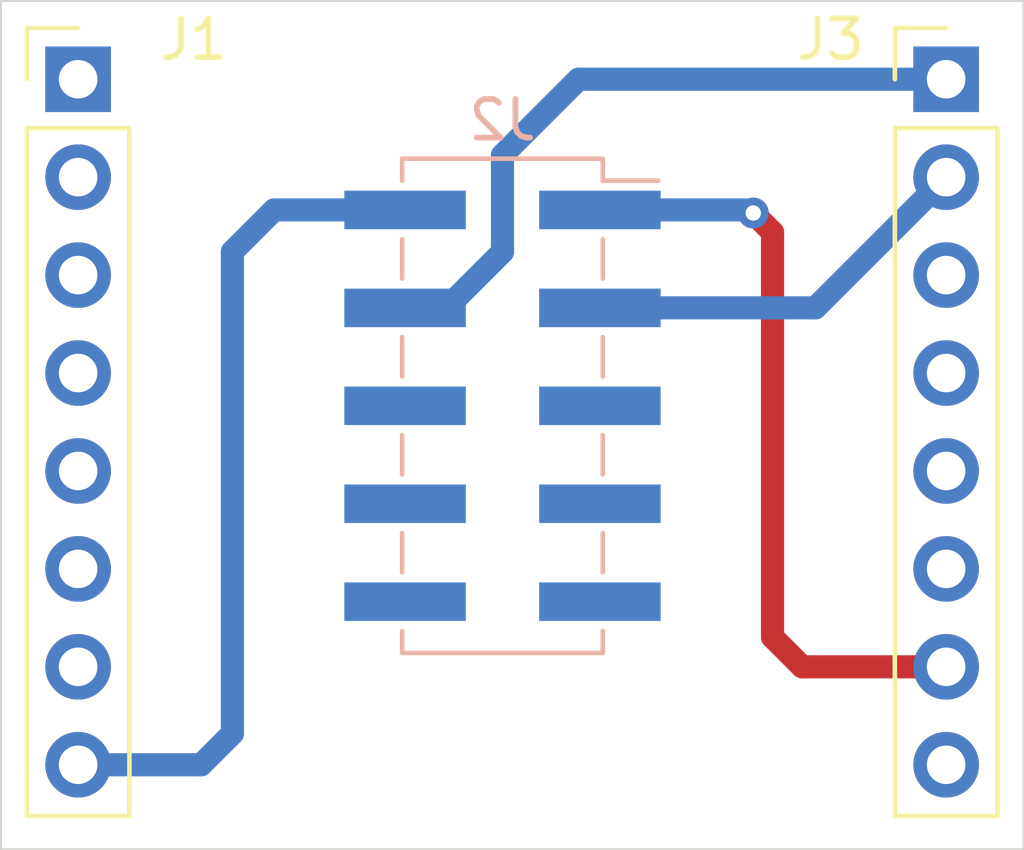
<source format=kicad_pcb>
(kicad_pcb (version 20171130) (host pcbnew 5.1.5-1.fc31)

  (general
    (thickness 1.6)
    (drawings 4)
    (tracks 19)
    (zones 0)
    (modules 3)
    (nets 23)
  )

  (page A4)
  (layers
    (0 F.Cu signal)
    (31 B.Cu signal)
    (32 B.Adhes user)
    (33 F.Adhes user)
    (34 B.Paste user)
    (35 F.Paste user)
    (36 B.SilkS user)
    (37 F.SilkS user)
    (38 B.Mask user)
    (39 F.Mask user)
    (40 Dwgs.User user)
    (41 Cmts.User user)
    (42 Eco1.User user)
    (43 Eco2.User user)
    (44 Edge.Cuts user)
    (45 Margin user)
    (46 B.CrtYd user)
    (47 F.CrtYd user)
    (48 B.Fab user)
    (49 F.Fab user)
  )

  (setup
    (last_trace_width 0.6)
    (user_trace_width 0.3)
    (user_trace_width 0.35)
    (user_trace_width 0.4)
    (user_trace_width 0.45)
    (user_trace_width 0.5)
    (user_trace_width 0.55)
    (user_trace_width 0.6)
    (user_trace_width 0.65)
    (user_trace_width 0.7)
    (user_trace_width 0.75)
    (trace_clearance 0.2)
    (zone_clearance 0.508)
    (zone_45_only no)
    (trace_min 0.2)
    (via_size 0.8)
    (via_drill 0.4)
    (via_min_size 0.4)
    (via_min_drill 0.3)
    (uvia_size 0.3)
    (uvia_drill 0.1)
    (uvias_allowed no)
    (uvia_min_size 0.2)
    (uvia_min_drill 0.1)
    (edge_width 0.05)
    (segment_width 0.2)
    (pcb_text_width 0.3)
    (pcb_text_size 1.5 1.5)
    (mod_edge_width 0.12)
    (mod_text_size 1 1)
    (mod_text_width 0.15)
    (pad_size 1.524 1.524)
    (pad_drill 0.762)
    (pad_to_mask_clearance 0.051)
    (solder_mask_min_width 0.25)
    (aux_axis_origin 0 0)
    (visible_elements FFFFFF7F)
    (pcbplotparams
      (layerselection 0x010fc_ffffffff)
      (usegerberextensions false)
      (usegerberattributes false)
      (usegerberadvancedattributes false)
      (creategerberjobfile false)
      (excludeedgelayer true)
      (linewidth 0.100000)
      (plotframeref false)
      (viasonmask false)
      (mode 1)
      (useauxorigin false)
      (hpglpennumber 1)
      (hpglpenspeed 20)
      (hpglpendiameter 15.000000)
      (psnegative false)
      (psa4output false)
      (plotreference true)
      (plotvalue true)
      (plotinvisibletext false)
      (padsonsilk false)
      (subtractmaskfromsilk false)
      (outputformat 1)
      (mirror false)
      (drillshape 0)
      (scaleselection 1)
      (outputdirectory "./gerbers"))
  )

  (net 0 "")
  (net 1 "Net-(J1-Pad8)")
  (net 2 "Net-(J1-Pad7)")
  (net 3 "Net-(J1-Pad6)")
  (net 4 "Net-(J1-Pad5)")
  (net 5 "Net-(J1-Pad4)")
  (net 6 "Net-(J1-Pad3)")
  (net 7 "Net-(J1-Pad2)")
  (net 8 "Net-(J1-Pad1)")
  (net 9 "Net-(J2-Pad10)")
  (net 10 "Net-(J2-Pad9)")
  (net 11 "Net-(J2-Pad8)")
  (net 12 "Net-(J2-Pad7)")
  (net 13 "Net-(J2-Pad6)")
  (net 14 "Net-(J2-Pad5)")
  (net 15 "Net-(J2-Pad4)")
  (net 16 "Net-(J2-Pad3)")
  (net 17 "Net-(J3-Pad8)")
  (net 18 "Net-(J3-Pad6)")
  (net 19 "Net-(J3-Pad5)")
  (net 20 "Net-(J3-Pad4)")
  (net 21 "Net-(J3-Pad3)")
  (net 22 "Net-(J2-Pad1)")

  (net_class Default "This is the default net class."
    (clearance 0.2)
    (trace_width 0.25)
    (via_dia 0.8)
    (via_drill 0.4)
    (uvia_dia 0.3)
    (uvia_drill 0.1)
    (add_net "Net-(J1-Pad1)")
    (add_net "Net-(J1-Pad2)")
    (add_net "Net-(J1-Pad3)")
    (add_net "Net-(J1-Pad4)")
    (add_net "Net-(J1-Pad5)")
    (add_net "Net-(J1-Pad6)")
    (add_net "Net-(J1-Pad7)")
    (add_net "Net-(J1-Pad8)")
    (add_net "Net-(J2-Pad1)")
    (add_net "Net-(J2-Pad10)")
    (add_net "Net-(J2-Pad3)")
    (add_net "Net-(J2-Pad4)")
    (add_net "Net-(J2-Pad5)")
    (add_net "Net-(J2-Pad6)")
    (add_net "Net-(J2-Pad7)")
    (add_net "Net-(J2-Pad8)")
    (add_net "Net-(J2-Pad9)")
    (add_net "Net-(J3-Pad3)")
    (add_net "Net-(J3-Pad4)")
    (add_net "Net-(J3-Pad5)")
    (add_net "Net-(J3-Pad6)")
    (add_net "Net-(J3-Pad8)")
  )

  (module Connector_PinHeader_2.54mm:PinHeader_1x08_P2.54mm_Vertical (layer F.Cu) (tedit 59FED5CC) (tstamp 5E79D91F)
    (at 157.5 49.53)
    (descr "Through hole straight pin header, 1x08, 2.54mm pitch, single row")
    (tags "Through hole pin header THT 1x08 2.54mm single row")
    (path /5E79818A)
    (fp_text reference J3 (at -3 -1.03) (layer F.SilkS)
      (effects (font (size 1 1) (thickness 0.15)))
    )
    (fp_text value Conn_R (at -5 18.97) (layer F.Fab)
      (effects (font (size 1 1) (thickness 0.15)))
    )
    (fp_text user %R (at 0 8.89 90) (layer F.Fab)
      (effects (font (size 1 1) (thickness 0.15)))
    )
    (fp_line (start 1.8 -1.8) (end -1.8 -1.8) (layer F.CrtYd) (width 0.05))
    (fp_line (start 1.8 19.55) (end 1.8 -1.8) (layer F.CrtYd) (width 0.05))
    (fp_line (start -1.8 19.55) (end 1.8 19.55) (layer F.CrtYd) (width 0.05))
    (fp_line (start -1.8 -1.8) (end -1.8 19.55) (layer F.CrtYd) (width 0.05))
    (fp_line (start -1.33 -1.33) (end 0 -1.33) (layer F.SilkS) (width 0.12))
    (fp_line (start -1.33 0) (end -1.33 -1.33) (layer F.SilkS) (width 0.12))
    (fp_line (start -1.33 1.27) (end 1.33 1.27) (layer F.SilkS) (width 0.12))
    (fp_line (start 1.33 1.27) (end 1.33 19.11) (layer F.SilkS) (width 0.12))
    (fp_line (start -1.33 1.27) (end -1.33 19.11) (layer F.SilkS) (width 0.12))
    (fp_line (start -1.33 19.11) (end 1.33 19.11) (layer F.SilkS) (width 0.12))
    (fp_line (start -1.27 -0.635) (end -0.635 -1.27) (layer F.Fab) (width 0.1))
    (fp_line (start -1.27 19.05) (end -1.27 -0.635) (layer F.Fab) (width 0.1))
    (fp_line (start 1.27 19.05) (end -1.27 19.05) (layer F.Fab) (width 0.1))
    (fp_line (start 1.27 -1.27) (end 1.27 19.05) (layer F.Fab) (width 0.1))
    (fp_line (start -0.635 -1.27) (end 1.27 -1.27) (layer F.Fab) (width 0.1))
    (pad 8 thru_hole oval (at 0 17.78) (size 1.7 1.7) (drill 1) (layers *.Cu *.Mask)
      (net 17 "Net-(J3-Pad8)"))
    (pad 7 thru_hole oval (at 0 15.24) (size 1.7 1.7) (drill 1) (layers *.Cu *.Mask)
      (net 22 "Net-(J2-Pad1)"))
    (pad 6 thru_hole oval (at 0 12.7) (size 1.7 1.7) (drill 1) (layers *.Cu *.Mask)
      (net 18 "Net-(J3-Pad6)"))
    (pad 5 thru_hole oval (at 0 10.16) (size 1.7 1.7) (drill 1) (layers *.Cu *.Mask)
      (net 19 "Net-(J3-Pad5)"))
    (pad 4 thru_hole oval (at 0 7.62) (size 1.7 1.7) (drill 1) (layers *.Cu *.Mask)
      (net 20 "Net-(J3-Pad4)"))
    (pad 3 thru_hole oval (at 0 5.08) (size 1.7 1.7) (drill 1) (layers *.Cu *.Mask)
      (net 21 "Net-(J3-Pad3)"))
    (pad 2 thru_hole oval (at 0 2.54) (size 1.7 1.7) (drill 1) (layers *.Cu *.Mask)
      (net 16 "Net-(J2-Pad3)"))
    (pad 1 thru_hole rect (at 0 0) (size 1.7 1.7) (drill 1) (layers *.Cu *.Mask)
      (net 15 "Net-(J2-Pad4)"))
    (model ${KISYS3DMOD}/Connector_PinHeader_2.54mm.3dshapes/PinHeader_1x08_P2.54mm_Vertical.wrl
      (at (xyz 0 0 0))
      (scale (xyz 1 1 1))
      (rotate (xyz 0 0 0))
    )
  )

  (module Connector_PinHeader_2.54mm:PinHeader_2x05_P2.54mm_Vertical_SMD (layer B.Cu) (tedit 59FED5CC) (tstamp 5E79DDDC)
    (at 146 58 180)
    (descr "surface-mounted straight pin header, 2x05, 2.54mm pitch, double rows")
    (tags "Surface mounted pin header SMD 2x05 2.54mm double row")
    (path /5E7A0549)
    (attr smd)
    (fp_text reference J2 (at 0 7.41) (layer B.SilkS)
      (effects (font (size 1 1) (thickness 0.15)) (justify mirror))
    )
    (fp_text value Conn_Bot (at 0 -7.41) (layer B.Fab)
      (effects (font (size 1 1) (thickness 0.15)) (justify mirror))
    )
    (fp_text user %R (at 0 0 270) (layer B.Fab)
      (effects (font (size 1 1) (thickness 0.15)) (justify mirror))
    )
    (fp_line (start 5.9 6.85) (end -5.9 6.85) (layer B.CrtYd) (width 0.05))
    (fp_line (start 5.9 -6.85) (end 5.9 6.85) (layer B.CrtYd) (width 0.05))
    (fp_line (start -5.9 -6.85) (end 5.9 -6.85) (layer B.CrtYd) (width 0.05))
    (fp_line (start -5.9 6.85) (end -5.9 -6.85) (layer B.CrtYd) (width 0.05))
    (fp_line (start 2.6 -3.3) (end 2.6 -4.32) (layer B.SilkS) (width 0.12))
    (fp_line (start -2.6 -3.3) (end -2.6 -4.32) (layer B.SilkS) (width 0.12))
    (fp_line (start 2.6 -0.76) (end 2.6 -1.78) (layer B.SilkS) (width 0.12))
    (fp_line (start -2.6 -0.76) (end -2.6 -1.78) (layer B.SilkS) (width 0.12))
    (fp_line (start 2.6 1.78) (end 2.6 0.76) (layer B.SilkS) (width 0.12))
    (fp_line (start -2.6 1.78) (end -2.6 0.76) (layer B.SilkS) (width 0.12))
    (fp_line (start 2.6 4.32) (end 2.6 3.3) (layer B.SilkS) (width 0.12))
    (fp_line (start -2.6 4.32) (end -2.6 3.3) (layer B.SilkS) (width 0.12))
    (fp_line (start 2.6 -5.84) (end 2.6 -6.41) (layer B.SilkS) (width 0.12))
    (fp_line (start -2.6 -5.84) (end -2.6 -6.41) (layer B.SilkS) (width 0.12))
    (fp_line (start 2.6 6.41) (end 2.6 5.84) (layer B.SilkS) (width 0.12))
    (fp_line (start -2.6 6.41) (end -2.6 5.84) (layer B.SilkS) (width 0.12))
    (fp_line (start -4.04 5.84) (end -2.6 5.84) (layer B.SilkS) (width 0.12))
    (fp_line (start -2.6 -6.41) (end 2.6 -6.41) (layer B.SilkS) (width 0.12))
    (fp_line (start -2.6 6.41) (end 2.6 6.41) (layer B.SilkS) (width 0.12))
    (fp_line (start 3.6 -5.4) (end 2.54 -5.4) (layer B.Fab) (width 0.1))
    (fp_line (start 3.6 -4.76) (end 3.6 -5.4) (layer B.Fab) (width 0.1))
    (fp_line (start 2.54 -4.76) (end 3.6 -4.76) (layer B.Fab) (width 0.1))
    (fp_line (start -3.6 -5.4) (end -2.54 -5.4) (layer B.Fab) (width 0.1))
    (fp_line (start -3.6 -4.76) (end -3.6 -5.4) (layer B.Fab) (width 0.1))
    (fp_line (start -2.54 -4.76) (end -3.6 -4.76) (layer B.Fab) (width 0.1))
    (fp_line (start 3.6 -2.86) (end 2.54 -2.86) (layer B.Fab) (width 0.1))
    (fp_line (start 3.6 -2.22) (end 3.6 -2.86) (layer B.Fab) (width 0.1))
    (fp_line (start 2.54 -2.22) (end 3.6 -2.22) (layer B.Fab) (width 0.1))
    (fp_line (start -3.6 -2.86) (end -2.54 -2.86) (layer B.Fab) (width 0.1))
    (fp_line (start -3.6 -2.22) (end -3.6 -2.86) (layer B.Fab) (width 0.1))
    (fp_line (start -2.54 -2.22) (end -3.6 -2.22) (layer B.Fab) (width 0.1))
    (fp_line (start 3.6 -0.32) (end 2.54 -0.32) (layer B.Fab) (width 0.1))
    (fp_line (start 3.6 0.32) (end 3.6 -0.32) (layer B.Fab) (width 0.1))
    (fp_line (start 2.54 0.32) (end 3.6 0.32) (layer B.Fab) (width 0.1))
    (fp_line (start -3.6 -0.32) (end -2.54 -0.32) (layer B.Fab) (width 0.1))
    (fp_line (start -3.6 0.32) (end -3.6 -0.32) (layer B.Fab) (width 0.1))
    (fp_line (start -2.54 0.32) (end -3.6 0.32) (layer B.Fab) (width 0.1))
    (fp_line (start 3.6 2.22) (end 2.54 2.22) (layer B.Fab) (width 0.1))
    (fp_line (start 3.6 2.86) (end 3.6 2.22) (layer B.Fab) (width 0.1))
    (fp_line (start 2.54 2.86) (end 3.6 2.86) (layer B.Fab) (width 0.1))
    (fp_line (start -3.6 2.22) (end -2.54 2.22) (layer B.Fab) (width 0.1))
    (fp_line (start -3.6 2.86) (end -3.6 2.22) (layer B.Fab) (width 0.1))
    (fp_line (start -2.54 2.86) (end -3.6 2.86) (layer B.Fab) (width 0.1))
    (fp_line (start 3.6 4.76) (end 2.54 4.76) (layer B.Fab) (width 0.1))
    (fp_line (start 3.6 5.4) (end 3.6 4.76) (layer B.Fab) (width 0.1))
    (fp_line (start 2.54 5.4) (end 3.6 5.4) (layer B.Fab) (width 0.1))
    (fp_line (start -3.6 4.76) (end -2.54 4.76) (layer B.Fab) (width 0.1))
    (fp_line (start -3.6 5.4) (end -3.6 4.76) (layer B.Fab) (width 0.1))
    (fp_line (start -2.54 5.4) (end -3.6 5.4) (layer B.Fab) (width 0.1))
    (fp_line (start 2.54 6.35) (end 2.54 -6.35) (layer B.Fab) (width 0.1))
    (fp_line (start -2.54 5.4) (end -1.59 6.35) (layer B.Fab) (width 0.1))
    (fp_line (start -2.54 -6.35) (end -2.54 5.4) (layer B.Fab) (width 0.1))
    (fp_line (start -1.59 6.35) (end 2.54 6.35) (layer B.Fab) (width 0.1))
    (fp_line (start 2.54 -6.35) (end -2.54 -6.35) (layer B.Fab) (width 0.1))
    (pad 10 smd rect (at 2.525 -5.08 180) (size 3.15 1) (layers B.Cu B.Paste B.Mask)
      (net 9 "Net-(J2-Pad10)"))
    (pad 9 smd rect (at -2.525 -5.08 180) (size 3.15 1) (layers B.Cu B.Paste B.Mask)
      (net 10 "Net-(J2-Pad9)"))
    (pad 8 smd rect (at 2.525 -2.54 180) (size 3.15 1) (layers B.Cu B.Paste B.Mask)
      (net 11 "Net-(J2-Pad8)"))
    (pad 7 smd rect (at -2.525 -2.54 180) (size 3.15 1) (layers B.Cu B.Paste B.Mask)
      (net 12 "Net-(J2-Pad7)"))
    (pad 6 smd rect (at 2.525 0 180) (size 3.15 1) (layers B.Cu B.Paste B.Mask)
      (net 13 "Net-(J2-Pad6)"))
    (pad 5 smd rect (at -2.525 0 180) (size 3.15 1) (layers B.Cu B.Paste B.Mask)
      (net 14 "Net-(J2-Pad5)"))
    (pad 4 smd rect (at 2.525 2.54 180) (size 3.15 1) (layers B.Cu B.Paste B.Mask)
      (net 15 "Net-(J2-Pad4)"))
    (pad 3 smd rect (at -2.525 2.54 180) (size 3.15 1) (layers B.Cu B.Paste B.Mask)
      (net 16 "Net-(J2-Pad3)"))
    (pad 2 smd rect (at 2.525 5.08 180) (size 3.15 1) (layers B.Cu B.Paste B.Mask)
      (net 1 "Net-(J1-Pad8)"))
    (pad 1 smd rect (at -2.525 5.08 180) (size 3.15 1) (layers B.Cu B.Paste B.Mask)
      (net 22 "Net-(J2-Pad1)"))
    (model ${KISYS3DMOD}/Connector_PinHeader_2.54mm.3dshapes/PinHeader_2x05_P2.54mm_Vertical_SMD.wrl
      (at (xyz 0 0 0))
      (scale (xyz 1 1 1))
      (rotate (xyz 0 0 0))
    )
  )

  (module Connector_PinHeader_2.54mm:PinHeader_1x08_P2.54mm_Vertical (layer F.Cu) (tedit 59FED5CC) (tstamp 5E79D8BE)
    (at 135 49.53)
    (descr "Through hole straight pin header, 1x08, 2.54mm pitch, single row")
    (tags "Through hole pin header THT 1x08 2.54mm single row")
    (path /5E7996A4)
    (fp_text reference J1 (at 3 -1.03) (layer F.SilkS)
      (effects (font (size 1 1) (thickness 0.15)))
    )
    (fp_text value Conn_L (at 4.5 18.97) (layer F.Fab)
      (effects (font (size 1 1) (thickness 0.15)))
    )
    (fp_text user %R (at 0 8.89 90) (layer F.Fab)
      (effects (font (size 1 1) (thickness 0.15)))
    )
    (fp_line (start 1.8 -1.8) (end -1.8 -1.8) (layer F.CrtYd) (width 0.05))
    (fp_line (start 1.8 19.55) (end 1.8 -1.8) (layer F.CrtYd) (width 0.05))
    (fp_line (start -1.8 19.55) (end 1.8 19.55) (layer F.CrtYd) (width 0.05))
    (fp_line (start -1.8 -1.8) (end -1.8 19.55) (layer F.CrtYd) (width 0.05))
    (fp_line (start -1.33 -1.33) (end 0 -1.33) (layer F.SilkS) (width 0.12))
    (fp_line (start -1.33 0) (end -1.33 -1.33) (layer F.SilkS) (width 0.12))
    (fp_line (start -1.33 1.27) (end 1.33 1.27) (layer F.SilkS) (width 0.12))
    (fp_line (start 1.33 1.27) (end 1.33 19.11) (layer F.SilkS) (width 0.12))
    (fp_line (start -1.33 1.27) (end -1.33 19.11) (layer F.SilkS) (width 0.12))
    (fp_line (start -1.33 19.11) (end 1.33 19.11) (layer F.SilkS) (width 0.12))
    (fp_line (start -1.27 -0.635) (end -0.635 -1.27) (layer F.Fab) (width 0.1))
    (fp_line (start -1.27 19.05) (end -1.27 -0.635) (layer F.Fab) (width 0.1))
    (fp_line (start 1.27 19.05) (end -1.27 19.05) (layer F.Fab) (width 0.1))
    (fp_line (start 1.27 -1.27) (end 1.27 19.05) (layer F.Fab) (width 0.1))
    (fp_line (start -0.635 -1.27) (end 1.27 -1.27) (layer F.Fab) (width 0.1))
    (pad 8 thru_hole oval (at 0 17.78) (size 1.7 1.7) (drill 1) (layers *.Cu *.Mask)
      (net 1 "Net-(J1-Pad8)"))
    (pad 7 thru_hole oval (at 0 15.24) (size 1.7 1.7) (drill 1) (layers *.Cu *.Mask)
      (net 2 "Net-(J1-Pad7)"))
    (pad 6 thru_hole oval (at 0 12.7) (size 1.7 1.7) (drill 1) (layers *.Cu *.Mask)
      (net 3 "Net-(J1-Pad6)"))
    (pad 5 thru_hole oval (at 0 10.16) (size 1.7 1.7) (drill 1) (layers *.Cu *.Mask)
      (net 4 "Net-(J1-Pad5)"))
    (pad 4 thru_hole oval (at 0 7.62) (size 1.7 1.7) (drill 1) (layers *.Cu *.Mask)
      (net 5 "Net-(J1-Pad4)"))
    (pad 3 thru_hole oval (at 0 5.08) (size 1.7 1.7) (drill 1) (layers *.Cu *.Mask)
      (net 6 "Net-(J1-Pad3)"))
    (pad 2 thru_hole oval (at 0 2.54) (size 1.7 1.7) (drill 1) (layers *.Cu *.Mask)
      (net 7 "Net-(J1-Pad2)"))
    (pad 1 thru_hole rect (at 0 0) (size 1.7 1.7) (drill 1) (layers *.Cu *.Mask)
      (net 8 "Net-(J1-Pad1)"))
    (model ${KISYS3DMOD}/Connector_PinHeader_2.54mm.3dshapes/PinHeader_1x08_P2.54mm_Vertical.wrl
      (at (xyz 0 0 0))
      (scale (xyz 1 1 1))
      (rotate (xyz 0 0 0))
    )
  )

  (gr_line (start 133 69.5) (end 133 47.5) (layer Edge.Cuts) (width 0.05) (tstamp 5E79E82F))
  (gr_line (start 159.5 69.5) (end 133 69.5) (layer Edge.Cuts) (width 0.05))
  (gr_line (start 159.5 47.5) (end 159.5 69.5) (layer Edge.Cuts) (width 0.05))
  (gr_line (start 133 47.5) (end 159.5 47.5) (layer Edge.Cuts) (width 0.05))

  (segment (start 139 66.5) (end 138.19 67.31) (width 0.6) (layer B.Cu) (net 1))
  (segment (start 138.19 67.31) (end 135 67.31) (width 0.6) (layer B.Cu) (net 1))
  (segment (start 139 54) (end 139 66.5) (width 0.6) (layer B.Cu) (net 1))
  (segment (start 143.475 52.92) (end 140.08 52.92) (width 0.6) (layer B.Cu) (net 1))
  (segment (start 140.08 52.92) (end 139 54) (width 0.6) (layer B.Cu) (net 1))
  (segment (start 144.55 55.46) (end 146 54.01) (width 0.6) (layer B.Cu) (net 15))
  (segment (start 143.475 55.46) (end 144.55 55.46) (width 0.6) (layer B.Cu) (net 15))
  (segment (start 146 54.01) (end 146 51.5) (width 0.6) (layer B.Cu) (net 15))
  (segment (start 147.97 49.53) (end 157.5 49.53) (width 0.6) (layer B.Cu) (net 15))
  (segment (start 146 51.5) (end 147.97 49.53) (width 0.6) (layer B.Cu) (net 15))
  (segment (start 154.11 55.46) (end 157.5 52.07) (width 0.6) (layer B.Cu) (net 16))
  (segment (start 148.525 55.46) (end 154.11 55.46) (width 0.6) (layer B.Cu) (net 16))
  (segment (start 148.525 52.92) (end 152.42 52.92) (width 0.6) (layer B.Cu) (net 22))
  (via (at 152.5 53) (size 0.8) (drill 0.4) (layers F.Cu B.Cu) (net 22))
  (segment (start 152.42 52.92) (end 152.5 53) (width 0.6) (layer B.Cu) (net 22))
  (segment (start 152.5 53) (end 153 53.5) (width 0.6) (layer F.Cu) (net 22))
  (segment (start 153 53.5) (end 153 64) (width 0.6) (layer F.Cu) (net 22))
  (segment (start 153.77 64.77) (end 157.5 64.77) (width 0.6) (layer F.Cu) (net 22))
  (segment (start 153 64) (end 153.77 64.77) (width 0.6) (layer F.Cu) (net 22))

)

</source>
